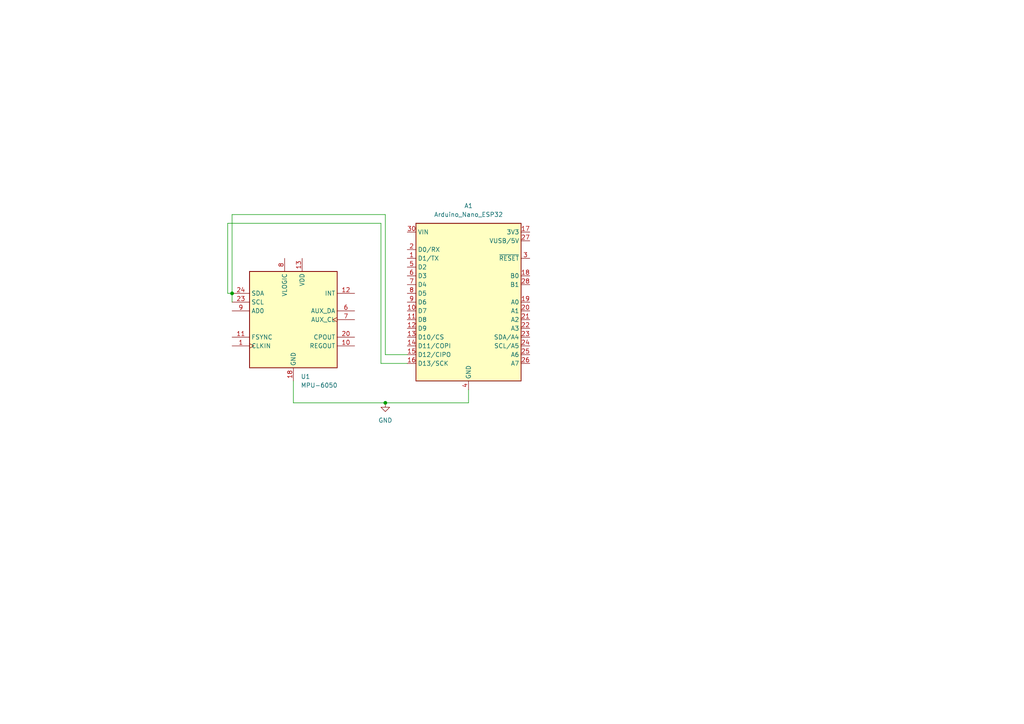
<source format=kicad_sch>
(kicad_sch (version 20250114) (generator "eeschema") (generator_version "9.0")
  (paper "A4")
  (lib_symbols
    (symbol "MCU_Module:Arduino_Nano_ESP32"
      (property "Reference" "A" (at -14.986 23.622 0))
      (property "Value" "Arduino_Nano_ESP32" (at 3.81 -25.654 0))
      (symbol "Arduino_Nano_ESP32_0_1"
        (rectangle (start -15.24 22.86) (end 15.24 -22.86) (stroke (width 0.254)) (fill (type background)))
      )
      (symbol "Arduino_Nano_ESP32_1_1"
        (pin power_in line (at -17.78 20.32 0) (length 2.54) (name "VIN") (number "30"))
        (pin bidirectional line (at -17.78 15.24 0) (length 2.54) (name "D0/RX") (number "2"))
        (pin bidirectional line (at -17.78 12.7 0) (length 2.54) (name "D1/TX") (number "1"))
        (pin bidirectional line (at -17.78 10.16 0) (length 2.54) (name "D2") (number "5"))
        (pin bidirectional line (at -17.78 7.62 0) (length 2.54) (name "D3") (number "6"))
        (pin bidirectional line (at -17.78 5.08 0) (length 2.54) (name "D4") (number "7"))
        (pin bidirectional line (at -17.78 2.54 0) (length 2.54) (name "D5") (number "8"))
        (pin bidirectional line (at -17.78 0 0) (length 2.54) (name "D6") (number "9"))
        (pin bidirectional line (at -17.78 -2.54 0) (length 2.54) (name "D7") (number "10"))
        (pin bidirectional line (at -17.78 -5.08 0) (length 2.54) (name "D8") (number "11"))
        (pin bidirectional line (at -17.78 -7.62 0) (length 2.54) (name "D9") (number "12"))
        (pin bidirectional line (at -17.78 -10.16 0) (length 2.54) (name "D10/CS") (number "13"))
        (pin bidirectional line (at -17.78 -12.7 0) (length 2.54) (name "D11/COPI") (number "14"))
        (pin bidirectional line (at -17.78 -15.24 0) (length 2.54) (name "D12/CIPO") (number "15"))
        (pin bidirectional line (at -17.78 -17.78 0) (length 2.54) (name "D13/SCK") (number "16"))
        (pin passive line (at 0 -25.4 90) (length 2.54) (hide yes) (name "GND") (number "29"))
        (pin power_in line (at 0 -25.4 90) (length 2.54) (name "GND") (number "4"))
        (pin power_out line (at 17.78 20.32 180) (length 2.54) (name "3V3") (number "17"))
        (pin power_out line (at 17.78 17.78 180) (length 2.54) (name "VUSB/5V") (number "27"))
        (pin input line (at 17.78 12.7 180) (length 2.54) (name "~{RESET}") (number "3"))
        (pin bidirectional line (at 17.78 7.62 180) (length 2.54) (name "B0") (number "18"))
        (pin bidirectional line (at 17.78 5.08 180) (length 2.54) (name "B1") (number "28"))
        (pin bidirectional line (at 17.78 0 180) (length 2.54) (name "A0") (number "19"))
        (pin bidirectional line (at 17.78 -2.54 180) (length 2.54) (name "A1") (number "20"))
        (pin bidirectional line (at 17.78 -5.08 180) (length 2.54) (name "A2") (number "21"))
        (pin bidirectional line (at 17.78 -7.62 180) (length 2.54) (name "A3") (number "22"))
        (pin bidirectional line (at 17.78 -10.16 180) (length 2.54) (name "SDA/A4") (number "23"))
        (pin bidirectional line (at 17.78 -12.7 180) (length 2.54) (name "SCL/A5") (number "24"))
        (pin bidirectional line (at 17.78 -15.24 180) (length 2.54) (name "A6") (number "25"))
        (pin bidirectional line (at 17.78 -17.78 180) (length 2.54) (name "A7") (number "26"))
      )
    )
    (symbol "Sensor_Motion:MPU-6050"
      (property "Reference" "U" (at -11.43 13.97 0))
      (property "Value" "MPU-6050" (at 7.62 -15.24 0))
      (symbol "MPU-6050_0_0"
        (text "" (at 12.7 -2.54 0) (effects (font (size 1.27 1.27))))
      )
      (symbol "MPU-6050_0_1"
        (rectangle (start -12.7 13.97) (end 12.7 -13.97) (stroke (width 0.254)) (fill (type background)))
      )
      (symbol "MPU-6050_1_1"
        (pin bidirectional line (at -17.78 7.62 0) (length 5.08) (name "SDA") (number "24"))
        (pin input line (at -17.78 5.08 0) (length 5.08) (name "SCL") (number "23"))
        (pin input line (at -17.78 2.54 0) (length 5.08) (name "AD0") (number "9"))
        (pin input line (at -17.78 -5.08 0) (length 5.08) (name "FSYNC") (number "11"))
        (pin input clock (at -17.78 -7.62 0) (length 5.08) (name "CLKIN") (number "1"))
        (pin no_connect line (at -12.7 12.7 0) (length 2.54) (hide yes) (name "NC") (number "2"))
        (pin no_connect line (at -12.7 10.16 0) (length 2.54) (hide yes) (name "NC") (number "3"))
        (pin no_connect line (at -12.7 0 0) (length 2.54) (hide yes) (name "NC") (number "4"))
        (pin no_connect line (at -12.7 -2.54 0) (length 2.54) (hide yes) (name "NC") (number "5"))
        (pin no_connect line (at -12.7 -10.16 0) (length 2.54) (hide yes) (name "NC") (number "14"))
        (pin power_in line (at -2.54 17.78 270) (length 3.81) (name "VLOGIC") (number "8"))
        (pin power_in line (at 0 -17.78 90) (length 3.81) (name "GND") (number "18"))
        (pin power_in line (at 2.54 17.78 270) (length 3.81) (name "VDD") (number "13"))
        (pin no_connect line (at 12.7 12.7 180) (length 2.54) (hide yes) (name "NC") (number "15"))
        (pin no_connect line (at 12.7 10.16 180) (length 2.54) (hide yes) (name "NC") (number "16"))
        (pin no_connect line (at 12.7 5.08 180) (length 2.54) (hide yes) (name "NC") (number "17"))
        (pin no_connect line (at 12.7 -2.54 180) (length 2.54) (hide yes) (name "RESV") (number "21"))
        (pin no_connect line (at 12.7 -10.16 180) (length 2.54) (hide yes) (name "RESV") (number "19"))
        (pin no_connect line (at 12.7 -12.7 180) (length 2.54) (hide yes) (name "RESV") (number "22"))
        (pin output line (at 17.78 7.62 180) (length 5.08) (name "INT") (number "12"))
        (pin bidirectional line (at 17.78 2.54 180) (length 5.08) (name "AUX_DA") (number "6"))
        (pin output clock (at 17.78 0 180) (length 5.08) (name "AUX_CL") (number "7"))
        (pin passive line (at 17.78 -5.08 180) (length 5.08) (name "CPOUT") (number "20"))
        (pin passive line (at 17.78 -7.62 180) (length 5.08) (name "REGOUT") (number "10"))
      )
    )
    (symbol "power:GND" (power) (pin_numbers (hide yes)) (pin_names (offset 0) (hide yes))
      (property "Value" "GND" (at 0 -3.81 0))
      (symbol "GND_0_1"
        (polyline (pts (xy 0 0) (xy 0 -1.27) (xy 1.27 -1.27) (xy 0 -2.54) (xy -1.27 -1.27) (xy 0 -1.27)))
      )
      (symbol "GND_1_1"
        (pin power_in line (at 0 0 270) (length 0) (name "~") (number "1"))
      )
    )
  )
  (junction (at 111.76 116.84))
  (junction (at 67.31 85.09))
  (wire (pts (xy 135.89 116.84) (xy 135.89 113.03)))
  (wire (pts (xy 111.76 102.87) (xy 118.11 102.87)))
  (wire (pts (xy 85.09 110.49) (xy 85.09 116.84)))
  (wire (pts (xy 67.31 85.09) (xy 67.31 62.23)))
  (wire (pts (xy 67.31 87.63) (xy 67.31 85.09)))
  (wire (pts (xy 67.31 62.23) (xy 111.76 62.23)))
  (wire (pts (xy 85.09 116.84) (xy 111.76 116.84)))
  (wire (pts (xy 111.76 62.23) (xy 111.76 102.87)))
  (wire (pts (xy 66.04 64.77) (xy 110.49 64.77)))
  (wire (pts (xy 110.49 64.77) (xy 110.49 105.41)))
  (wire (pts (xy 111.76 116.84) (xy 135.89 116.84)))
  (wire (pts (xy 67.31 85.09) (xy 66.04 85.09)))
  (wire (pts (xy 110.49 105.41) (xy 118.11 105.41)))
  (wire (pts (xy 66.04 85.09) (xy 66.04 64.77)))
  (symbol (lib_id "power:GND") (at 111.76 116.84 0) (unit 1)
    (property "Reference" "#PWR01" (effects (hide yes)))
    (property "Value" "GND" (at 111.76 121.92 0))
    (property "Description" "Power symbol creates a global label with name \"GND\" , ground" (effects (hide yes)))
  )
  (symbol (lib_id "Sensor_Motion:MPU-6050") (at 85.09 92.71 0) (unit 1)
    (property "Reference" "U1" (at 87.2333 109.22 0) (effects (justify left)))
    (property "Value" "MPU-6050" (at 87.2333 111.76 0) (effects (justify left)))
    (property "Footprint" "Sensor_Motion:InvenSense_QFN-24_4x4mm_P0.5mm" (effects (hide yes)))
    (property "Datasheet" "https://invensense.tdk.com/wp-content/uploads/2015/02/MPU-6000-Datasheet1.pdf" (effects (hide yes)))
    (property "Description" "InvenSense 6-Axis Motion Sensor, Gyroscope, Accelerometer, I2C" (effects (hide yes)))
  )
  (symbol (lib_id "MCU_Module:Arduino_Nano_ESP32") (at 135.89 87.63 0) (unit 1)
    (property "Reference" "A1" (at 135.89 59.69 0))
    (property "Value" "Arduino_Nano_ESP32" (at 135.89 62.23 0))
    (property "Footprint" "Module:Arduino_Nano" (effects (hide yes)))
    (property "Datasheet" "https://docs.arduino.cc/resources/datasheets/ABX00083-datasheet.pdf" (effects (hide yes)))
    (property "Description" "Arduino Nano board based on the ESP32-S3 with a dual-core 240 MHz processor, 384 kB ROM, 512 kB SRAM. Operates at 3.3V, with 5V USB-C® input and 6-21V VIN. Features Wi-Fi®, Bluetooth® LE, digital and analog pins, and supports SPI, I2C, UART, I2S, and CAN." (effects (hide yes)))
  )
)
</source>
